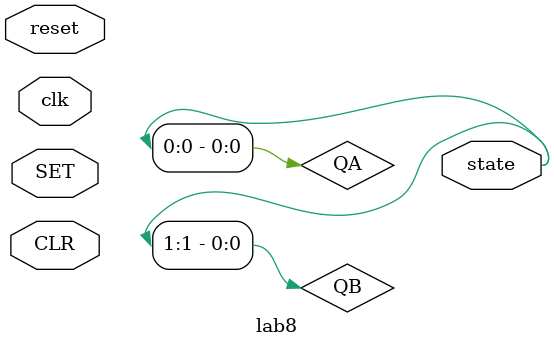
<source format=v>

module lab8 (state,  clk, SET, CLR, reset);

   input wire clk, reset, SET, CLR;
   output wire [0:1] state;
 
   parameter S0 = 2'b00, S1 = 2'b01, S2 = 2'b11, S3 = 2'b10;
   parameter GND=1'b 0, VCC=1'b 1, DC=1'b 0;
   wire  JA, KA, JB, KB, QA, QA_BAR, QB, QB_BAR, SET_BAR, CLR_BAR, I1, I2, I3, I4;

   sn7408 and_gates();
   sn7432 or_gates();
   sn7404 inv_gates();

   sn7476 jkff();

   assign state[0]=QA;
   assign state[1]=QB;
endmodule

</source>
